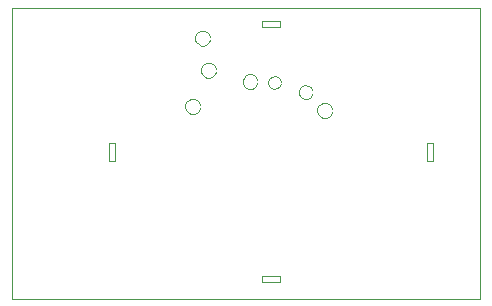
<source format=gm1>
%FSLAX25Y25*%
%MOIN*%
G70*
G01*
G75*
%ADD10C,0.01000*%
%ADD11C,0.02000*%
%ADD12C,0.00800*%
%ADD13R,0.01969X0.02000*%
%ADD14R,0.03000X0.03000*%
%ADD15R,0.02000X0.01969*%
%ADD16R,0.03150X0.00984*%
%ADD17R,0.00984X0.03150*%
%ADD18R,0.00984X0.03150*%
%ADD19R,0.05906X0.05906*%
%ADD20O,0.03150X0.00984*%
%ADD21C,0.00800*%
%ADD22R,0.05906X0.05118*%
%ADD23R,0.02000X0.03150*%
%ADD24R,0.05118X0.05906*%
%ADD25R,0.02756X0.00984*%
%ADD26R,0.00984X0.02756*%
%ADD27R,0.06299X0.06299*%
%ADD28C,0.00700*%
%ADD29C,0.01500*%
%ADD30C,0.02900*%
%ADD31C,0.00600*%
%ADD32C,0.03000*%
%ADD33R,0.00900X0.00700*%
%ADD34R,0.03000X0.02247*%
%ADD35R,0.01600X0.02900*%
%ADD36R,0.07500X0.07700*%
%ADD37R,0.04500X0.03500*%
%ADD38R,0.03900X0.03000*%
%ADD39R,0.07700X0.04600*%
%ADD40R,0.02078X0.02277*%
%ADD41R,0.04100X0.02700*%
%ADD42R,0.04000X0.03000*%
%ADD43R,0.02300X0.04800*%
%ADD44C,0.04724*%
%ADD45C,0.06000*%
%ADD46O,0.09000X0.04500*%
%ADD47C,0.04331*%
%ADD48C,0.01500*%
%ADD49C,0.06200*%
%ADD50R,0.06200X0.06200*%
%ADD51R,0.06000X0.06000*%
%ADD52C,0.02200*%
%ADD53C,0.02400*%
%ADD54C,0.02000*%
%ADD55R,0.08026X0.06000*%
%ADD56R,0.08126X0.05900*%
%ADD57R,0.07700X0.06100*%
%ADD58R,0.05600X0.04400*%
%ADD59R,0.06200X0.05400*%
%ADD60C,0.01200*%
%ADD61R,0.08100X0.04600*%
%ADD62C,0.08661*%
%ADD63C,0.00394*%
%ADD64C,0.00500*%
%ADD65C,0.00787*%
%ADD66C,0.00300*%
%ADD67R,0.03000X0.05500*%
%ADD68R,0.03000X0.05000*%
%ADD69R,0.03000X0.06000*%
%ADD70R,0.03000X0.07000*%
%ADD71R,0.01800X0.07000*%
%ADD72R,0.01800X0.19500*%
%ADD73R,0.19500X0.01800*%
%ADD74R,0.01800X0.19500*%
%ADD75R,0.19500X0.01800*%
%ADD76R,0.07654X0.02619*%
%ADD77R,0.14800X0.14700*%
%ADD78C,0.05500*%
%ADD79C,0.06000*%
%ADD80R,0.06800X0.06800*%
%ADD81R,0.04600X0.76500*%
%ADD82R,0.04900X0.06100*%
%ADD83R,0.04300X0.06500*%
%ADD84R,0.04600X0.06700*%
%ADD85R,0.04300X0.06500*%
%ADD86R,0.07600X0.05100*%
%ADD87R,0.15900X0.08900*%
%ADD88R,0.11700X0.10600*%
%ADD89R,0.11300X0.14000*%
%ADD90R,0.14500X0.14500*%
%ADD91R,0.09300X0.05100*%
%ADD92R,0.01900X0.00800*%
%ADD93R,0.04500X0.03000*%
%ADD94R,0.02768X0.02800*%
%ADD95R,0.03800X0.03800*%
%ADD96R,0.02800X0.02768*%
%ADD97R,0.03950X0.01784*%
%ADD98R,0.01784X0.03950*%
%ADD99R,0.01784X0.03950*%
%ADD100R,0.06706X0.06706*%
%ADD101O,0.03950X0.01784*%
%ADD102C,0.01600*%
%ADD103R,0.06706X0.05918*%
%ADD104R,0.02800X0.03950*%
%ADD105R,0.05918X0.06706*%
%ADD106R,0.03556X0.01784*%
%ADD107R,0.01784X0.03556*%
%ADD108C,0.05524*%
%ADD109C,0.06800*%
%ADD110O,0.09800X0.05300*%
%ADD111C,0.05131*%
%ADD112C,0.07000*%
%ADD113R,0.07000X0.07000*%
%ADD114R,0.06800X0.06800*%
%ADD115R,0.08800X0.05000*%
%ADD116R,0.16500X0.10700*%
%ADD117R,0.16600X0.13300*%
%ADD118R,0.09900X0.05200*%
%ADD119C,0.09461*%
%ADD120C,0.00100*%
D66*
X1050747Y862410D02*
X1050366Y863307D01*
X1049671Y863991D01*
X1048767Y864356D01*
X1047792Y864348D01*
X1046894Y863967D01*
X1046210Y863272D01*
X1045844Y862369D01*
X1045852Y861394D01*
X1046232Y860496D01*
X1046926Y859811D01*
X1047830Y859445D01*
X1048805Y859451D01*
X1049703Y859831D01*
X1050388Y860525D01*
X1050755Y861428D01*
X1006748Y863710D02*
X1006366Y864607D01*
X1005671Y865291D01*
X1004767Y865656D01*
X1003792Y865648D01*
X1002894Y865267D01*
X1002210Y864572D01*
X1001844Y863669D01*
X1001852Y862694D01*
X1002232Y861796D01*
X1002926Y861111D01*
X1003830Y860745D01*
X1004805Y860752D01*
X1005703Y861131D01*
X1006388Y861825D01*
X1006755Y862728D01*
X1010048Y886510D02*
X1009666Y887407D01*
X1008971Y888091D01*
X1008067Y888456D01*
X1007092Y888448D01*
X1006194Y888067D01*
X1005510Y887372D01*
X1005144Y886469D01*
X1005152Y885494D01*
X1005532Y884596D01*
X1006226Y883911D01*
X1007130Y883545D01*
X1008105Y883552D01*
X1009003Y883931D01*
X1009688Y884625D01*
X1010055Y885528D01*
X1012047Y875810D02*
X1011666Y876707D01*
X1010971Y877391D01*
X1010067Y877756D01*
X1009092Y877748D01*
X1008194Y877367D01*
X1007510Y876672D01*
X1007144Y875769D01*
X1007152Y874794D01*
X1007532Y873896D01*
X1008226Y873211D01*
X1009130Y872845D01*
X1010105Y872851D01*
X1011003Y873231D01*
X1011688Y873925D01*
X1012055Y874828D01*
X1033613Y871392D02*
X1033312Y872303D01*
X1032642Y872988D01*
X1031738Y873308D01*
X1030786Y873197D01*
X1029979Y872679D01*
X1029484Y871859D01*
X1029399Y870904D01*
X1029744Y870009D01*
X1030448Y869358D01*
X1031366Y869083D01*
X1032312Y869240D01*
X1033092Y869798D01*
X1033547Y870642D01*
X1025848Y872010D02*
X1025466Y872907D01*
X1024771Y873591D01*
X1023867Y873956D01*
X1022892Y873948D01*
X1021994Y873567D01*
X1021310Y872872D01*
X1020944Y871969D01*
X1020952Y870994D01*
X1021332Y870096D01*
X1022026Y869411D01*
X1022930Y869045D01*
X1023905Y869051D01*
X1024803Y869431D01*
X1025488Y870125D01*
X1025855Y871028D01*
X1044093Y868702D02*
X1043591Y869562D01*
X1042774Y870130D01*
X1041793Y870300D01*
X1040833Y870040D01*
X1040071Y869398D01*
X1039652Y868496D01*
X1039653Y867500D01*
X1040074Y866599D01*
X1040836Y865958D01*
X1041797Y865700D01*
X1042778Y865872D01*
X1043594Y866441D01*
X1044094Y867302D01*
D120*
X944000Y799200D02*
Y896200D01*
X1100000Y799200D02*
Y896200D01*
X944000Y799200D02*
Y896200D01*
Y799200D02*
Y896200D01*
X1100000Y799200D02*
Y896200D01*
X957500D02*
X1100000D01*
X1027500Y804700D02*
Y806700D01*
Y804700D02*
X1033500D01*
Y806700D01*
X1027500D02*
X1033500D01*
Y889700D02*
Y891700D01*
X1027500D02*
X1033500D01*
X1027500Y889700D02*
Y891700D01*
Y889700D02*
X1033500D01*
X1082500Y845200D02*
Y851200D01*
Y845200D02*
X1084500D01*
X1082500Y851200D02*
X1084500D01*
Y845200D02*
Y851200D01*
X976500Y845200D02*
Y851200D01*
Y845200D02*
X978500D01*
X976500Y851200D02*
X978500D01*
Y845200D02*
Y851200D01*
Y845200D02*
Y851200D01*
X976500D02*
X978500D01*
X976500Y845200D02*
X978500D01*
X976500D02*
Y851200D01*
X944000Y799200D02*
X954000D01*
X944000Y896200D02*
X957500D01*
X954000Y799200D02*
X1100000D01*
Y896200D01*
X944000Y799200D02*
Y896200D01*
X1100000D01*
Y799200D02*
Y896200D01*
X944000Y799200D02*
X1100000D01*
M02*

</source>
